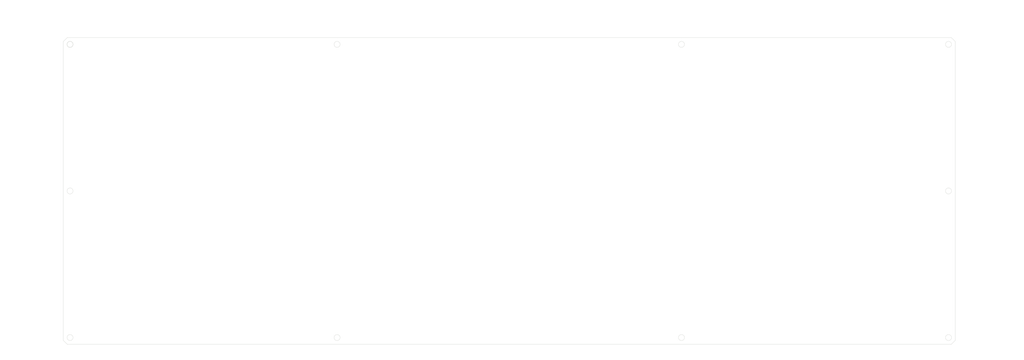
<source format=kicad_pcb>
(kicad_pcb (version 20171130) (host pcbnew "(5.1.8)-1")

  (general
    (thickness 1.6)
    (drawings 45)
    (tracks 0)
    (zones 0)
    (modules 0)
    (nets 1)
  )

  (page A3)
  (title_block
    (title "GL516 Decoration plate Dimensional drawing")
    (date 2022-01-03)
  )

  (layers
    (0 F.Cu signal)
    (31 B.Cu signal)
    (32 B.Adhes user)
    (33 F.Adhes user)
    (34 B.Paste user)
    (35 F.Paste user)
    (36 B.SilkS user)
    (37 F.SilkS user)
    (38 B.Mask user)
    (39 F.Mask user)
    (40 Dwgs.User user)
    (41 Cmts.User user)
    (42 Eco1.User user)
    (43 Eco2.User user)
    (44 Edge.Cuts user)
    (45 Margin user)
    (46 B.CrtYd user)
    (47 F.CrtYd user)
    (48 B.Fab user)
    (49 F.Fab user)
  )

  (setup
    (last_trace_width 0.25)
    (user_trace_width 0.5)
    (user_trace_width 0.5)
    (trace_clearance 0.2)
    (zone_clearance 0.508)
    (zone_45_only no)
    (trace_min 0.2)
    (via_size 0.8)
    (via_drill 0.4)
    (via_min_size 0.4)
    (via_min_drill 0.3)
    (uvia_size 0.3)
    (uvia_drill 0.1)
    (uvias_allowed no)
    (uvia_min_size 0.2)
    (uvia_min_drill 0.1)
    (edge_width 0.1)
    (segment_width 0.2)
    (pcb_text_width 0.3)
    (pcb_text_size 1.5 1.5)
    (mod_edge_width 0.15)
    (mod_text_size 1 1)
    (mod_text_width 0.15)
    (pad_size 2.2 2.2)
    (pad_drill 2.2)
    (pad_to_mask_clearance 0)
    (aux_axis_origin 0 0)
    (visible_elements 7FFFFFFF)
    (pcbplotparams
      (layerselection 0x01000_7ffffffe)
      (usegerberextensions true)
      (usegerberattributes false)
      (usegerberadvancedattributes false)
      (creategerberjobfile false)
      (excludeedgelayer true)
      (linewidth 0.100000)
      (plotframeref false)
      (viasonmask false)
      (mode 1)
      (useauxorigin false)
      (hpglpennumber 1)
      (hpglpenspeed 20)
      (hpglpendiameter 15.000000)
      (psnegative false)
      (psa4output false)
      (plotreference true)
      (plotvalue true)
      (plotinvisibletext false)
      (padsonsilk false)
      (subtractmaskfromsilk false)
      (outputformat 4)
      (mirror false)
      (drillshape 0)
      (scaleselection 1)
      (outputdirectory "C:/Users/サリチル酸/Desktop/"))
  )

  (net 0 "")

  (net_class Default "これはデフォルトのネット クラスです。"
    (clearance 0.2)
    (trace_width 0.25)
    (via_dia 0.8)
    (via_drill 0.4)
    (uvia_dia 0.3)
    (uvia_drill 0.1)
  )

  (dimension 2.5 (width 0.15) (layer Eco1.User)
    (gr_text "2.500 mm" (at 368.075 205.1 90) (layer Eco1.User)
      (effects (font (size 2 2) (thickness 0.2)) (justify right))
    )
    (feature1 (pts (xy 369.325 195.25) (xy 369.325 203.336421)))
    (feature2 (pts (xy 366.825 195.25) (xy 366.825 203.336421)))
    (crossbar (pts (xy 366.825 202.75) (xy 369.325 202.75)))
    (arrow1a (pts (xy 369.325 202.75) (xy 368.198496 203.336421)))
    (arrow1b (pts (xy 369.325 202.75) (xy 368.198496 202.163579)))
    (arrow2a (pts (xy 366.825 202.75) (xy 367.951504 203.336421)))
    (arrow2b (pts (xy 366.825 202.75) (xy 367.951504 202.163579)))
  )
  (dimension 2.5 (width 0.15) (layer Eco1.User)
    (gr_text "2.500 mm" (at 36.225 86.8) (layer Eco1.User)
      (effects (font (size 2 2) (thickness 0.2)) (justify right))
    )
    (feature1 (pts (xy 46.075 85.55) (xy 37.988579 85.55)))
    (feature2 (pts (xy 46.075 88.05) (xy 37.988579 88.05)))
    (crossbar (pts (xy 38.575 88.05) (xy 38.575 85.55)))
    (arrow1a (pts (xy 38.575 85.55) (xy 39.161421 86.676504)))
    (arrow1b (pts (xy 38.575 85.55) (xy 37.988579 86.676504)))
    (arrow2a (pts (xy 38.575 88.05) (xy 39.161421 86.923496)))
    (arrow2b (pts (xy 38.575 88.05) (xy 37.988579 86.923496)))
  )
  (dimension 2.5 (width 0.15) (layer Eco1.User)
    (gr_text "2.500 mm" (at 36.225 196.5) (layer Eco1.User)
      (effects (font (size 2 2) (thickness 0.2)) (justify right))
    )
    (feature1 (pts (xy 46.075 197.75) (xy 37.988579 197.75)))
    (feature2 (pts (xy 46.075 195.25) (xy 37.988579 195.25)))
    (crossbar (pts (xy 38.575 195.25) (xy 38.575 197.75)))
    (arrow1a (pts (xy 38.575 197.75) (xy 37.988579 196.623496)))
    (arrow1b (pts (xy 38.575 197.75) (xy 39.161421 196.623496)))
    (arrow2a (pts (xy 38.575 195.25) (xy 37.988579 196.376504)))
    (arrow2b (pts (xy 38.575 195.25) (xy 39.161421 196.376504)))
  )
  (gr_line (start 33.575 75.55) (end 20.575 75.55) (layer Eco1.User) (width 0.15))
  (gr_text 4-C1.5 (at 32.575 74.05) (layer Eco1.User)
    (effects (font (size 2 2) (thickness 0.2)) (justify right))
  )
  (gr_line (start 33.575 75.55) (end 44.325 86.3) (layer Eco1.User) (width 0.15))
  (gr_text 10-Φ2.2 (at 380.325 74.05) (layer Eco1.User) (tstamp 61CF0DF5)
    (effects (font (size 2 2) (thickness 0.2)) (justify left))
  )
  (gr_line (start 379.325 75.55) (end 367.602935 87.272065) (layer Eco1.User) (width 0.15))
  (gr_line (start 379.325 75.55) (end 394.325 75.55) (layer Eco1.User) (width 0.15))
  (dimension 315.75 (width 0.15) (layer Eco1.User)
    (gr_text "315.750 mm" (at 206.45 78.2) (layer Eco1.User)
      (effects (font (size 2 2) (thickness 0.2)))
    )
    (feature1 (pts (xy 364.325 94.55) (xy 364.325 79.963579)))
    (feature2 (pts (xy 48.575 94.55) (xy 48.575 79.963579)))
    (crossbar (pts (xy 48.575 80.55) (xy 364.325 80.55)))
    (arrow1a (pts (xy 364.325 80.55) (xy 363.198496 81.136421)))
    (arrow1b (pts (xy 364.325 80.55) (xy 363.198496 79.963579)))
    (arrow2a (pts (xy 48.575 80.55) (xy 49.701504 81.136421)))
    (arrow2b (pts (xy 48.575 80.55) (xy 49.701504 79.963579)))
  )
  (dimension 100.2 (width 0.15) (layer Eco1.User)
    (gr_text "100.200 mm" (at 376.675 141.65 270) (layer Eco1.User)
      (effects (font (size 2 2) (thickness 0.2)))
    )
    (feature1 (pts (xy 361.325 191.75) (xy 374.911421 191.75)))
    (feature2 (pts (xy 361.325 91.55) (xy 374.911421 91.55)))
    (crossbar (pts (xy 374.325 91.55) (xy 374.325 191.75)))
    (arrow1a (pts (xy 374.325 191.75) (xy 373.738579 190.623496)))
    (arrow1b (pts (xy 374.325 191.75) (xy 374.911421 190.623496)))
    (arrow2a (pts (xy 374.325 91.55) (xy 373.738579 92.676504)))
    (arrow2b (pts (xy 374.325 91.55) (xy 374.911421 92.676504)))
  )
  (gr_circle (center 366.825 141.65) (end 367.925 141.65) (layer Edge.Cuts) (width 0.1) (tstamp 61CF0B27))
  (gr_circle (center 366.825 195.25) (end 367.925 195.25) (layer Edge.Cuts) (width 0.1) (tstamp 61CF0B27))
  (gr_circle (center 269.325 195.25) (end 270.425 195.25) (layer Edge.Cuts) (width 0.1) (tstamp 61CF0B27))
  (gr_circle (center 143.575 195.25) (end 144.675 195.25) (layer Edge.Cuts) (width 0.1) (tstamp 61CF0B27))
  (gr_circle (center 366.825 88.05) (end 367.925 88.05) (layer Edge.Cuts) (width 0.1) (tstamp 61CF0B27))
  (gr_circle (center 269.325 88.05) (end 270.425 88.05) (layer Edge.Cuts) (width 0.1) (tstamp 61CF0B27))
  (gr_circle (center 143.575 88.05) (end 144.675 88.05) (layer Edge.Cuts) (width 0.1) (tstamp 61CF0B27))
  (gr_circle (center 46.075 195.25) (end 47.175 195.25) (layer Edge.Cuts) (width 0.1) (tstamp 61CF0B27))
  (gr_circle (center 46.075 141.65) (end 47.175 141.65) (layer Edge.Cuts) (width 0.1) (tstamp 61CF0B27))
  (gr_circle (center 46.075 88.05) (end 47.175 88.05) (layer Edge.Cuts) (width 0.15))
  (dimension 2.5 (width 0.15) (layer Eco1.User)
    (gr_text "2.500 mm" (at 44.825 205.1 90) (layer Eco1.User)
      (effects (font (size 2 2) (thickness 0.2)) (justify right))
    )
    (feature1 (pts (xy 43.575 195.25) (xy 43.575 203.336421)))
    (feature2 (pts (xy 46.075 195.25) (xy 46.075 203.336421)))
    (crossbar (pts (xy 46.075 202.75) (xy 43.575 202.75)))
    (arrow1a (pts (xy 43.575 202.75) (xy 44.701504 202.163579)))
    (arrow1b (pts (xy 43.575 202.75) (xy 44.701504 203.336421)))
    (arrow2a (pts (xy 46.075 202.75) (xy 44.948496 202.163579)))
    (arrow2b (pts (xy 46.075 202.75) (xy 44.948496 203.336421)))
  )
  (dimension 97.5 (width 0.15) (layer Eco1.User)
    (gr_text "97.500 mm" (at 318.075 205.1) (layer Eco1.User)
      (effects (font (size 2 2) (thickness 0.2)))
    )
    (feature1 (pts (xy 366.825 195.25) (xy 366.825 203.336421)))
    (feature2 (pts (xy 269.325 195.25) (xy 269.325 203.336421)))
    (crossbar (pts (xy 269.325 202.75) (xy 366.825 202.75)))
    (arrow1a (pts (xy 366.825 202.75) (xy 365.698496 203.336421)))
    (arrow1b (pts (xy 366.825 202.75) (xy 365.698496 202.163579)))
    (arrow2a (pts (xy 269.325 202.75) (xy 270.451504 203.336421)))
    (arrow2b (pts (xy 269.325 202.75) (xy 270.451504 202.163579)))
  )
  (dimension 125.75 (width 0.15) (layer Eco1.User)
    (gr_text "125.750 mm" (at 206.45 205.1) (layer Eco1.User)
      (effects (font (size 2 2) (thickness 0.2)))
    )
    (feature1 (pts (xy 269.325 195.25) (xy 269.325 203.336421)))
    (feature2 (pts (xy 143.575 195.25) (xy 143.575 203.336421)))
    (crossbar (pts (xy 143.575 202.75) (xy 269.325 202.75)))
    (arrow1a (pts (xy 269.325 202.75) (xy 268.198496 203.336421)))
    (arrow1b (pts (xy 269.325 202.75) (xy 268.198496 202.163579)))
    (arrow2a (pts (xy 143.575 202.75) (xy 144.701504 203.336421)))
    (arrow2b (pts (xy 143.575 202.75) (xy 144.701504 202.163579)))
  )
  (dimension 97.5 (width 0.15) (layer Eco1.User)
    (gr_text "97.500 mm" (at 94.825 205.1) (layer Eco1.User)
      (effects (font (size 2 2) (thickness 0.2)))
    )
    (feature1 (pts (xy 143.575 195.25) (xy 143.575 203.336421)))
    (feature2 (pts (xy 46.075 195.25) (xy 46.075 203.336421)))
    (crossbar (pts (xy 46.075 202.75) (xy 143.575 202.75)))
    (arrow1a (pts (xy 143.575 202.75) (xy 142.448496 203.336421)))
    (arrow1b (pts (xy 143.575 202.75) (xy 142.448496 202.163579)))
    (arrow2a (pts (xy 46.075 202.75) (xy 47.201504 203.336421)))
    (arrow2b (pts (xy 46.075 202.75) (xy 47.201504 202.163579)))
  )
  (dimension 53.6 (width 0.15) (layer Eco1.User)
    (gr_text "53.600 mm" (at 36.225 114.85 90) (layer Eco1.User)
      (effects (font (size 2 2) (thickness 0.2)))
    )
    (feature1 (pts (xy 46.075 88.05) (xy 37.988579 88.05)))
    (feature2 (pts (xy 46.075 141.65) (xy 37.988579 141.65)))
    (crossbar (pts (xy 38.575 141.65) (xy 38.575 88.05)))
    (arrow1a (pts (xy 38.575 88.05) (xy 39.161421 89.176504)))
    (arrow1b (pts (xy 38.575 88.05) (xy 37.988579 89.176504)))
    (arrow2a (pts (xy 38.575 141.65) (xy 39.161421 140.523496)))
    (arrow2b (pts (xy 38.575 141.65) (xy 37.988579 140.523496)))
  )
  (dimension 53.6 (width 0.15) (layer Eco1.User)
    (gr_text "53.600 mm" (at 36.225 168.45 90) (layer Eco1.User)
      (effects (font (size 2 2) (thickness 0.2)))
    )
    (feature1 (pts (xy 46.075 141.65) (xy 37.988579 141.65)))
    (feature2 (pts (xy 46.075 195.25) (xy 37.988579 195.25)))
    (crossbar (pts (xy 38.575 195.25) (xy 38.575 141.65)))
    (arrow1a (pts (xy 38.575 141.65) (xy 39.161421 142.776504)))
    (arrow1b (pts (xy 38.575 141.65) (xy 37.988579 142.776504)))
    (arrow2a (pts (xy 38.575 195.25) (xy 39.161421 194.123496)))
    (arrow2b (pts (xy 38.575 195.25) (xy 37.988579 194.123496)))
  )
  (dimension 112.2 (width 0.15) (layer Eco1.User)
    (gr_text "112.200 mm" (at 381.675 141.65 270) (layer Eco1.User)
      (effects (font (size 2 2) (thickness 0.2)))
    )
    (feature1 (pts (xy 367.825 197.75) (xy 379.911421 197.75)))
    (feature2 (pts (xy 367.825 85.55) (xy 379.911421 85.55)))
    (crossbar (pts (xy 379.325 85.55) (xy 379.325 197.75)))
    (arrow1a (pts (xy 379.325 197.75) (xy 378.738579 196.623496)))
    (arrow1b (pts (xy 379.325 197.75) (xy 379.911421 196.623496)))
    (arrow2a (pts (xy 379.325 85.55) (xy 378.738579 86.676504)))
    (arrow2b (pts (xy 379.325 85.55) (xy 379.911421 86.676504)))
  )
  (dimension 325.75 (width 0.15) (layer Eco1.User)
    (gr_text "325.750 mm" (at 206.45 73.2) (layer Eco1.User)
      (effects (font (size 2 2) (thickness 0.2)))
    )
    (feature1 (pts (xy 369.325 87.05) (xy 369.325 74.963579)))
    (feature2 (pts (xy 43.575 87.05) (xy 43.575 74.963579)))
    (crossbar (pts (xy 43.575 75.55) (xy 369.325 75.55)))
    (arrow1a (pts (xy 369.325 75.55) (xy 368.198496 76.136421)))
    (arrow1b (pts (xy 369.325 75.55) (xy 368.198496 74.963579)))
    (arrow2a (pts (xy 43.575 75.55) (xy 44.701504 76.136421)))
    (arrow2b (pts (xy 43.575 75.55) (xy 44.701504 74.963579)))
  )
  (gr_line (start 48.575 188.75) (end 48.575 94.55) (layer F.Fab) (width 0.15) (tstamp 60E7B748))
  (gr_line (start 364.325 94.55) (end 364.325 188.75) (layer F.Fab) (width 0.15) (tstamp 60E7B735))
  (gr_line (start 45.075 197.75) (end 43.575 196.25) (layer Edge.Cuts) (width 0.1) (tstamp 60883451))
  (gr_line (start 369.325 87.05) (end 367.825 85.55) (layer Edge.Cuts) (width 0.1) (tstamp 60883444))
  (gr_line (start 43.575 87.05) (end 45.075 85.55) (layer Edge.Cuts) (width 0.1) (tstamp 60883437))
  (gr_line (start 367.825 197.75) (end 369.325 196.25) (layer Edge.Cuts) (width 0.1))
  (gr_line (start 45.075 197.75) (end 367.825 197.75) (layer Edge.Cuts) (width 0.1))
  (gr_line (start 43.575 87.05) (end 43.575 196.25) (layer Edge.Cuts) (width 0.1))
  (gr_line (start 367.825 85.55) (end 45.075 85.55) (layer Edge.Cuts) (width 0.1))
  (gr_line (start 369.325 196.25) (end 369.325 87.05) (layer Edge.Cuts) (width 0.1))
  (gr_arc (start 51.575 188.75) (end 48.575 188.75) (angle -90) (layer F.Fab) (width 0.15) (tstamp 6088250D))
  (gr_arc (start 51.575 94.55) (end 51.575 91.55) (angle -90) (layer F.Fab) (width 0.15) (tstamp 608824F3))
  (gr_arc (start 361.325 94.55) (end 364.325 94.55) (angle -90) (layer F.Fab) (width 0.15) (tstamp 608824BE))
  (gr_arc (start 361.325 188.75) (end 361.325 191.75) (angle -90) (layer F.Fab) (width 0.15) (tstamp 6088248E))
  (gr_line (start 51.575 191.75) (end 361.325 191.75) (layer F.Fab) (width 0.15) (tstamp 60882425))
  (gr_line (start 51.575 91.55) (end 361.325 91.55) (layer F.Fab) (width 0.15))

)

</source>
